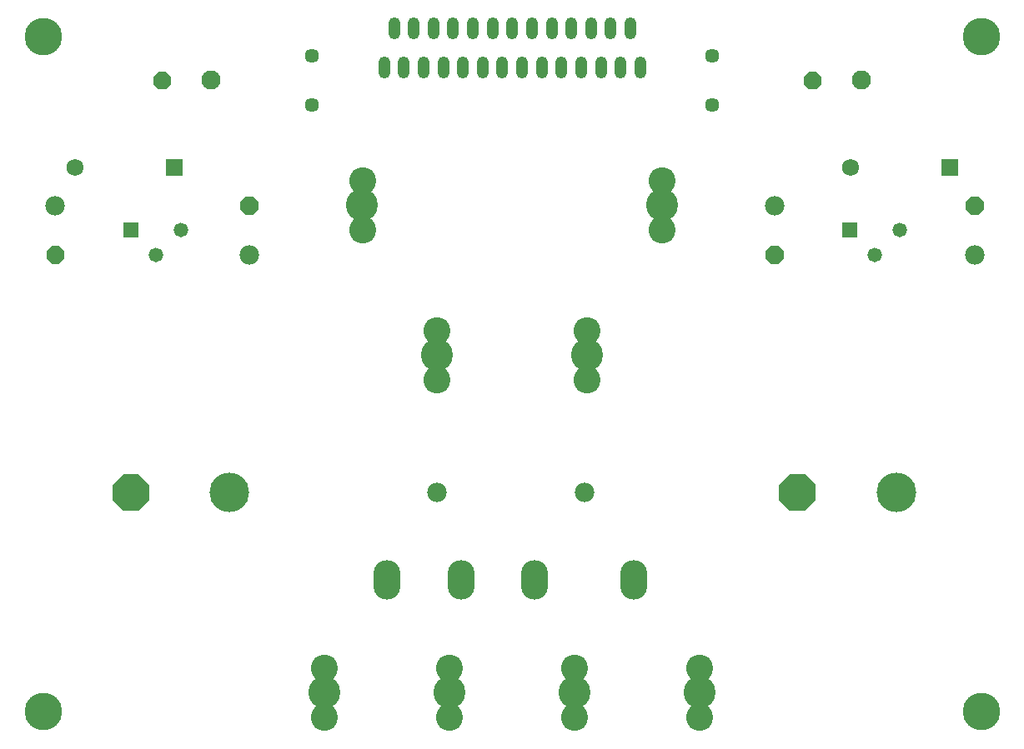
<source format=gbr>
G04 DipTrace 2.3.1.0*
%INBottomMask.gbr*%
%MOIN*%
%ADD34R,0.0591X0.0591*%
%ADD36C,0.15*%
%ADD48C,0.0679*%
%ADD50R,0.0669X0.0669*%
%ADD56C,0.0579*%
%ADD58C,0.1279*%
%ADD60O,0.0479X0.0879*%
%ADD64C,0.0779*%
%ADD66C,0.0571*%
%ADD68C,0.0768*%
%ADD70C,0.1579*%
%ADD74O,0.1079X0.1579*%
%ADD76C,0.1079*%
%FSLAX44Y44*%
G04*
G70*
G90*
G75*
G01*
%LNBotMask*%
%LPD*%
D76*
X16921Y5453D3*
Y7421D3*
X31937Y5437D3*
Y7406D3*
D74*
X19437Y10937D3*
X22390D3*
X25343D3*
X29295D3*
G36*
X36147Y13705D2*
X35540D1*
X35111Y14134D1*
Y14740D1*
X35540Y15169D1*
X36147D1*
X36576Y14740D1*
Y14134D1*
X36147Y13705D1*
G37*
D70*
X39781Y14437D3*
G36*
X9490Y13705D2*
X8884D1*
X8455Y14134D1*
Y14740D1*
X8884Y15169D1*
X9490D1*
X9919Y14740D1*
Y14134D1*
X9490Y13705D1*
G37*
D70*
X13124Y14437D3*
G36*
X36585Y30579D2*
X36289D1*
X36079Y30789D1*
Y31085D1*
X36289Y31295D1*
X36585D1*
X36795Y31085D1*
Y30789D1*
X36585Y30579D1*
G37*
D68*
X38406Y30937D3*
G36*
X10585Y30579D2*
X10289D1*
X10079Y30789D1*
Y31085D1*
X10289Y31295D1*
X10585D1*
X10795Y31085D1*
Y30789D1*
X10585Y30579D1*
G37*
D68*
X12406Y30937D3*
D66*
X32421Y29953D3*
Y31921D3*
X16421D3*
Y29953D3*
G36*
X35279Y24101D2*
Y23805D1*
X35069Y23595D1*
X34773D1*
X34564Y23805D1*
Y24101D1*
X34773Y24310D1*
X35069D1*
X35279Y24101D1*
G37*
D64*
X34921Y25921D3*
G36*
X13564Y25773D2*
Y26069D1*
X13773Y26279D1*
X14069D1*
X14279Y26069D1*
Y25773D1*
X14069Y25564D1*
X13773D1*
X13564Y25773D1*
G37*
D64*
X13921Y23953D3*
G36*
X42564Y25773D2*
Y26069D1*
X42773Y26279D1*
X43069D1*
X43279Y26069D1*
Y25773D1*
X43069Y25564D1*
X42773D1*
X42564Y25773D1*
G37*
D64*
X42921Y23953D3*
G36*
X6529Y24101D2*
Y23805D1*
X6319Y23595D1*
X6023D1*
X5814Y23805D1*
Y24101D1*
X6023Y24310D1*
X6319D1*
X6529Y24101D1*
G37*
D64*
X6171Y25921D3*
X21437Y14437D3*
X27343D3*
D76*
X21937Y5437D3*
Y7406D3*
X26937Y5437D3*
Y7406D3*
D36*
X43187Y32687D3*
X5687Y5687D3*
X43187D3*
X5687Y32687D3*
D60*
X19319Y31441D3*
X19713Y33007D3*
X20106Y31441D3*
X20500Y33007D3*
X20894Y31441D3*
X21287Y33007D3*
X21681Y31441D3*
X22075Y33007D3*
X22469Y31441D3*
X22862Y33007D3*
X23256Y31441D3*
X23650Y33007D3*
X24043Y31441D3*
X24437Y33007D3*
X24831Y31441D3*
X25224Y33007D3*
X25618Y31441D3*
X26012Y33007D3*
X26406Y31441D3*
X26799Y33007D3*
X27193Y31441D3*
X27587Y33007D3*
X27980Y31441D3*
X28374Y33007D3*
X28768Y31441D3*
X29161Y33007D3*
X29555Y31441D3*
D76*
X27421Y18953D3*
Y20921D3*
X21421Y18953D3*
Y20921D3*
X18453Y24953D3*
Y26921D3*
X30437Y24953D3*
Y26921D3*
D58*
X21437Y19937D3*
X27437D3*
X30437Y25937D3*
X18437D3*
X16937Y6437D3*
X21937D3*
X26937D3*
X31937D3*
D56*
X39937Y24937D3*
X38937Y23937D3*
D34*
X37937Y24937D3*
D56*
X11187D3*
X10187Y23937D3*
D34*
X9187Y24937D3*
D50*
X41932Y27437D3*
D48*
X37956D3*
D50*
X10932D3*
D48*
X6956D3*
M02*

</source>
